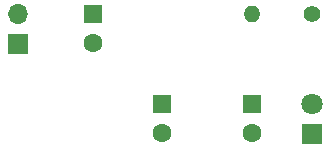
<source format=gbr>
G04 #@! TF.GenerationSoftware,KiCad,Pcbnew,5.1.5*
G04 #@! TF.CreationDate,2020-03-21T09:27:07+08:00*
G04 #@! TF.ProjectId,ece445_kicad,65636534-3435-45f6-9b69-6361642e6b69,rev?*
G04 #@! TF.SameCoordinates,Original*
G04 #@! TF.FileFunction,Copper,L2,Bot*
G04 #@! TF.FilePolarity,Positive*
%FSLAX46Y46*%
G04 Gerber Fmt 4.6, Leading zero omitted, Abs format (unit mm)*
G04 Created by KiCad (PCBNEW 5.1.5) date 2020-03-21 09:27:07*
%MOMM*%
%LPD*%
G04 APERTURE LIST*
%ADD10O,1.400000X1.400000*%
%ADD11C,1.400000*%
%ADD12O,1.700000X1.700000*%
%ADD13R,1.700000X1.700000*%
%ADD14C,1.800000*%
%ADD15R,1.800000X1.800000*%
%ADD16C,1.600000*%
%ADD17R,1.600000X1.600000*%
G04 APERTURE END LIST*
D10*
X60960000Y-27940000D03*
D11*
X66040000Y-27940000D03*
D12*
X41148000Y-27940000D03*
D13*
X41148000Y-30480000D03*
D14*
X66040000Y-35560000D03*
D15*
X66040000Y-38100000D03*
D16*
X60960000Y-38060000D03*
D17*
X60960000Y-35560000D03*
D16*
X53340000Y-38060000D03*
D17*
X53340000Y-35560000D03*
D16*
X47498000Y-30440000D03*
D17*
X47498000Y-27940000D03*
M02*

</source>
